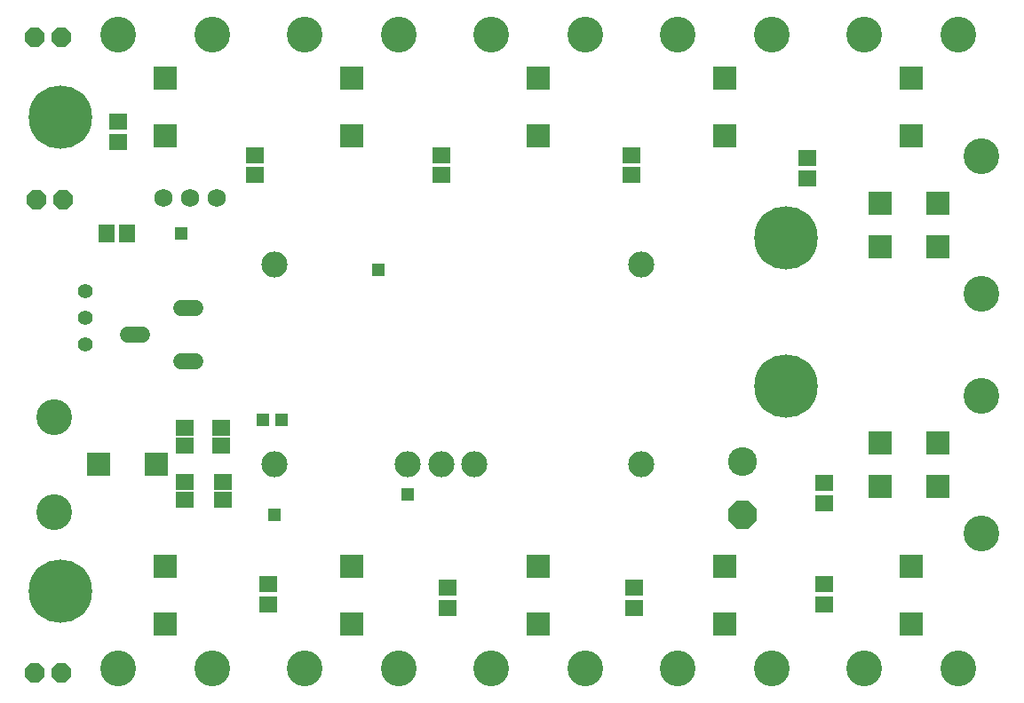
<source format=gts>
G75*
%MOIN*%
%OFA0B0*%
%FSLAX24Y24*%
%IPPOS*%
%LPD*%
%AMOC8*
5,1,8,0,0,1.08239X$1,22.5*
%
%ADD10C,0.1080*%
%ADD11OC8,0.1080*%
%ADD12R,0.0907X0.0907*%
%ADD13C,0.1340*%
%ADD14R,0.0710X0.0592*%
%ADD15R,0.0592X0.0710*%
%ADD16C,0.0600*%
%ADD17C,0.0980*%
%ADD18C,0.0556*%
%ADD19OC8,0.0740*%
%ADD20C,0.0680*%
%ADD21R,0.0671X0.0592*%
%ADD22C,0.2380*%
%ADD23R,0.0476X0.0476*%
D10*
X029771Y011708D03*
D11*
X029771Y009708D03*
D12*
X029083Y007748D03*
X029083Y005583D03*
X036083Y005583D03*
X036083Y007748D03*
X037083Y010756D03*
X034918Y010756D03*
X034918Y012410D03*
X037083Y012410D03*
X037083Y019756D03*
X037083Y021410D03*
X034918Y021410D03*
X034918Y019756D03*
X036083Y023918D03*
X036083Y026083D03*
X029083Y026083D03*
X029083Y023918D03*
X022083Y023918D03*
X022083Y026083D03*
X015083Y026083D03*
X015083Y023918D03*
X008083Y023918D03*
X008083Y026083D03*
X007748Y011583D03*
X005583Y011583D03*
X008083Y007748D03*
X008083Y005583D03*
X015083Y005583D03*
X015083Y007748D03*
X022083Y007748D03*
X022083Y005583D03*
D13*
X020311Y003930D03*
X016855Y003930D03*
X013311Y003930D03*
X009855Y003930D03*
X006311Y003930D03*
X003930Y009811D03*
X003930Y013355D03*
X006311Y027737D03*
X009855Y027737D03*
X013311Y027737D03*
X016855Y027737D03*
X020311Y027737D03*
X023855Y027737D03*
X027311Y027737D03*
X030855Y027737D03*
X034311Y027737D03*
X037855Y027737D03*
X038737Y023181D03*
X038737Y017985D03*
X038737Y014181D03*
X038737Y008985D03*
X037855Y003930D03*
X034311Y003930D03*
X030855Y003930D03*
X027311Y003930D03*
X023855Y003930D03*
D14*
X032833Y010147D03*
X032833Y010895D03*
X006333Y023709D03*
X006333Y024457D03*
D15*
X006645Y020271D03*
X005897Y020271D03*
D16*
X008698Y017458D02*
X009218Y017458D01*
X007218Y016458D02*
X006698Y016458D01*
X008698Y015458D02*
X009218Y015458D01*
D17*
X012208Y019083D03*
X012208Y011583D03*
X017208Y011583D03*
X018458Y011583D03*
X019708Y011583D03*
X025958Y011583D03*
X025958Y019083D03*
D18*
X005083Y018083D03*
X005083Y017083D03*
X005083Y016083D03*
D19*
X003208Y003771D03*
X004208Y003771D03*
X004271Y021521D03*
X003271Y021521D03*
X003208Y027646D03*
X004208Y027646D03*
D20*
X008021Y021583D03*
X009021Y021583D03*
X010021Y021583D03*
D21*
X011458Y022459D03*
X011458Y023207D03*
X018458Y023207D03*
X018458Y022459D03*
X025583Y022459D03*
X025583Y023207D03*
X032208Y023082D03*
X032208Y022334D03*
X032833Y007082D03*
X032833Y006334D03*
X025708Y006209D03*
X025708Y006957D03*
X018708Y006957D03*
X018708Y006209D03*
X011958Y006334D03*
X011958Y007082D03*
X010271Y010248D03*
X010271Y010918D03*
X010208Y012311D03*
X010208Y012980D03*
X008833Y012980D03*
X008833Y012311D03*
X008833Y010918D03*
X008833Y010248D03*
D22*
X004146Y006833D03*
X004146Y024646D03*
X031396Y020083D03*
X031396Y014521D03*
D23*
X017208Y010458D03*
X012458Y013271D03*
X011771Y013271D03*
X012208Y009708D03*
X016083Y018896D03*
X008708Y020271D03*
M02*

</source>
